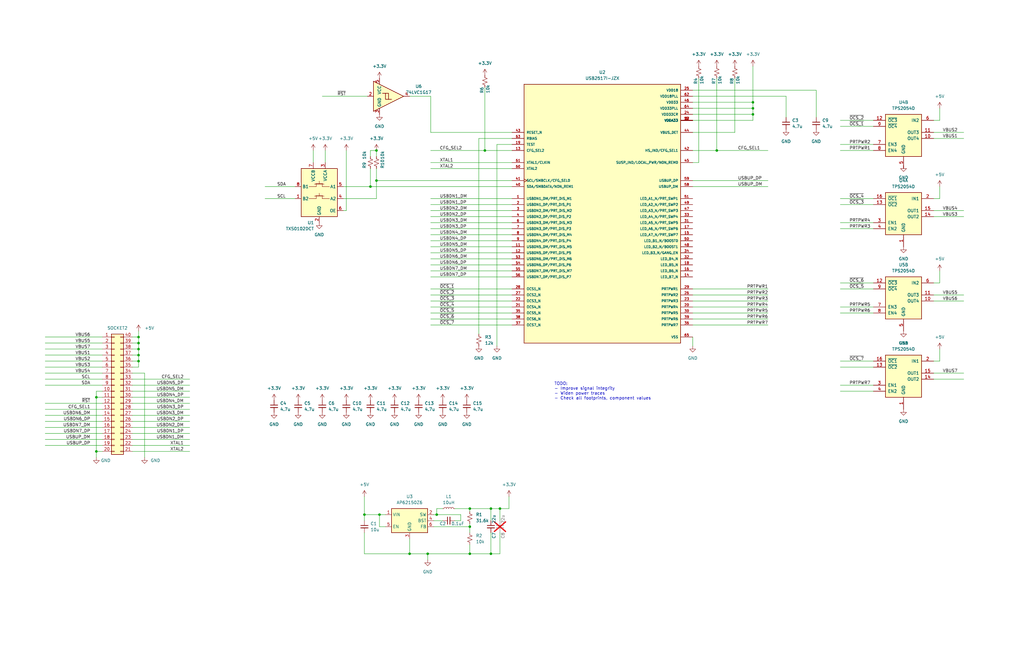
<source format=kicad_sch>
(kicad_sch (version 20230121) (generator eeschema)
  (paper "B")
  (title_block (title "A1 Codec Board"))
  (lib_symbols
    (symbol "+3.3V_1" (power) (pin_names (offset 0))
      (property "Value" "+3.3V_1" (at 0 3.556 0))
      (symbol "+3.3V_1_0_1"
        (polyline (pts (xy -0.762 1.27) (xy 0 2.54)))
        (polyline (pts (xy 0 0) (xy 0 2.54)))
        (polyline (pts (xy 0 2.54) (xy 0.762 1.27)))
      )
      (symbol "+3.3V_1_1_1"
        (pin power_in line (at 0 0 90) (length 0) hide (name "+3.3V") (number "1"))
      )
    )
    (symbol "Connector_Generic:Conn_02x20_Counter_Clockwise" (pin_names (offset 1.016) hide)
      (property "Reference" "J" (at 1.27 25.4 0))
      (property "Value" "Conn_02x20_Counter_Clockwise" (at 1.27 -27.94 0))
      (symbol "Conn_02x20_Counter_Clockwise_1_1"
        (rectangle (start -1.27 -25.273) (end 0 -25.527) (stroke (width 0.1524)))
        (rectangle (start -1.27 -22.733) (end 0 -22.987) (stroke (width 0.1524)))
        (rectangle (start -1.27 -20.193) (end 0 -20.447) (stroke (width 0.1524)))
        (rectangle (start -1.27 -17.653) (end 0 -17.907) (stroke (width 0.1524)))
        (rectangle (start -1.27 -15.113) (end 0 -15.367) (stroke (width 0.1524)))
        (rectangle (start -1.27 -12.573) (end 0 -12.827) (stroke (width 0.1524)))
        (rectangle (start -1.27 -10.033) (end 0 -10.287) (stroke (width 0.1524)))
        (rectangle (start -1.27 -7.493) (end 0 -7.747) (stroke (width 0.1524)))
        (rectangle (start -1.27 -4.953) (end 0 -5.207) (stroke (width 0.1524)))
        (rectangle (start -1.27 -2.413) (end 0 -2.667) (stroke (width 0.1524)))
        (rectangle (start -1.27 0.127) (end 0 -0.127) (stroke (width 0.1524)))
        (rectangle (start -1.27 2.667) (end 0 2.413) (stroke (width 0.1524)))
        (rectangle (start -1.27 5.207) (end 0 4.953) (stroke (width 0.1524)))
        (rectangle (start -1.27 7.747) (end 0 7.493) (stroke (width 0.1524)))
        (rectangle (start -1.27 10.287) (end 0 10.033) (stroke (width 0.1524)))
        (rectangle (start -1.27 12.827) (end 0 12.573) (stroke (width 0.1524)))
        (rectangle (start -1.27 15.367) (end 0 15.113) (stroke (width 0.1524)))
        (rectangle (start -1.27 17.907) (end 0 17.653) (stroke (width 0.1524)))
        (rectangle (start -1.27 20.447) (end 0 20.193) (stroke (width 0.1524)))
        (rectangle (start -1.27 22.987) (end 0 22.733) (stroke (width 0.1524)))
        (rectangle (start -1.27 24.13) (end 3.81 -26.67) (stroke (width 0.254)) (fill (type background)))
        (rectangle (start 3.81 -25.273) (end 2.54 -25.527) (stroke (width 0.1524)))
        (rectangle (start 3.81 -22.733) (end 2.54 -22.987) (stroke (width 0.1524)))
        (rectangle (start 3.81 -20.193) (end 2.54 -20.447) (stroke (width 0.1524)))
        (rectangle (start 3.81 -17.653) (end 2.54 -17.907) (stroke (width 0.1524)))
        (rectangle (start 3.81 -15.113) (end 2.54 -15.367) (stroke (width 0.1524)))
        (rectangle (start 3.81 -12.573) (end 2.54 -12.827) (stroke (width 0.1524)))
        (rectangle (start 3.81 -10.033) (end 2.54 -10.287) (stroke (width 0.1524)))
        (rectangle (start 3.81 -7.493) (end 2.54 -7.747) (stroke (width 0.1524)))
        (rectangle (start 3.81 -4.953) (end 2.54 -5.207) (stroke (width 0.1524)))
        (rectangle (start 3.81 -2.413) (end 2.54 -2.667) (stroke (width 0.1524)))
        (rectangle (start 3.81 0.127) (end 2.54 -0.127) (stroke (width 0.1524)))
        (rectangle (start 3.81 2.667) (end 2.54 2.413) (stroke (width 0.1524)))
        (rectangle (start 3.81 5.207) (end 2.54 4.953) (stroke (width 0.1524)))
        (rectangle (start 3.81 7.747) (end 2.54 7.493) (stroke (width 0.1524)))
        (rectangle (start 3.81 10.287) (end 2.54 10.033) (stroke (width 0.1524)))
        (rectangle (start 3.81 12.827) (end 2.54 12.573) (stroke (width 0.1524)))
        (rectangle (start 3.81 15.367) (end 2.54 15.113) (stroke (width 0.1524)))
        (rectangle (start 3.81 17.907) (end 2.54 17.653) (stroke (width 0.1524)))
        (rectangle (start 3.81 20.447) (end 2.54 20.193) (stroke (width 0.1524)))
        (rectangle (start 3.81 22.987) (end 2.54 22.733) (stroke (width 0.1524)))
        (pin passive line (at -5.08 22.86 0) (length 3.81) (name "Pin_1") (number "1"))
        (pin passive line (at -5.08 0 0) (length 3.81) (name "Pin_10") (number "10"))
        (pin passive line (at -5.08 -2.54 0) (length 3.81) (name "Pin_11") (number "11"))
        (pin passive line (at -5.08 -5.08 0) (length 3.81) (name "Pin_12") (number "12"))
        (pin passive line (at -5.08 -7.62 0) (length 3.81) (name "Pin_13") (number "13"))
        (pin passive line (at -5.08 -10.16 0) (length 3.81) (name "Pin_14") (number "14"))
        (pin passive line (at -5.08 -12.7 0) (length 3.81) (name "Pin_15") (number "15"))
        (pin passive line (at -5.08 -15.24 0) (length 3.81) (name "Pin_16") (number "16"))
        (pin passive line (at -5.08 -17.78 0) (length 3.81) (name "Pin_17") (number "17"))
        (pin passive line (at -5.08 -20.32 0) (length 3.81) (name "Pin_18") (number "18"))
        (pin passive line (at -5.08 -22.86 0) (length 3.81) (name "Pin_19") (number "19"))
        (pin passive line (at -5.08 20.32 0) (length 3.81) (name "Pin_2") (number "2"))
        (pin passive line (at -5.08 -25.4 0) (length 3.81) (name "Pin_20") (number "20"))
        (pin passive line (at 7.62 -25.4 180) (length 3.81) (name "Pin_21") (number "21"))
        (pin passive line (at 7.62 -22.86 180) (length 3.81) (name "Pin_22") (number "22"))
        (pin passive line (at 7.62 -20.32 180) (length 3.81) (name "Pin_23") (number "23"))
        (pin passive line (at 7.62 -17.78 180) (length 3.81) (name "Pin_24") (number "24"))
        (pin passive line (at 7.62 -15.24 180) (length 3.81) (name "Pin_25") (number "25"))
        (pin passive line (at 7.62 -12.7 180) (length 3.81) (name "Pin_26") (number "26"))
        (pin passive line (at 7.62 -10.16 180) (length 3.81) (name "Pin_27") (number "27"))
        (pin passive line (at 7.62 -7.62 180) (length 3.81) (name "Pin_28") (number "28"))
        (pin passive line (at 7.62 -5.08 180) (length 3.81) (name "Pin_29") (number "29"))
        (pin passive line (at -5.08 17.78 0) (length 3.81) (name "Pin_3") (number "3"))
        (pin passive line (at 7.62 -2.54 180) (length 3.81) (name "Pin_30") (number "30"))
        (pin passive line (at 7.62 0 180) (length 3.81) (name "Pin_31") (number "31"))
        (pin passive line (at 7.62 2.54 180) (length 3.81) (name "Pin_32") (number "32"))
        (pin passive line (at 7.62 5.08 180) (length 3.81) (name "Pin_33") (number "33"))
        (pin passive line (at 7.62 7.62 180) (length 3.81) (name "Pin_34") (number "34"))
        (pin passive line (at 7.62 10.16 180) (length 3.81) (name "Pin_35") (number "35"))
        (pin passive line (at 7.62 12.7 180) (length 3.81) (name "Pin_36") (number "36"))
        (pin passive line (at 7.62 15.24 180) (length 3.81) (name "Pin_37") (number "37"))
        (pin passive line (at 7.62 17.78 180) (length 3.81) (name "Pin_38") (number "38"))
        (pin passive line (at 7.62 20.32 180) (length 3.81) (name "Pin_39") (number "39"))
        (pin passive line (at -5.08 15.24 0) (length 3.81) (name "Pin_4") (number "4"))
        (pin passive line (at 7.62 22.86 180) (length 3.81) (name "Pin_40") (number "40"))
        (pin passive line (at -5.08 12.7 0) (length 3.81) (name "Pin_5") (number "5"))
        (pin passive line (at -5.08 10.16 0) (length 3.81) (name "Pin_6") (number "6"))
        (pin passive line (at -5.08 7.62 0) (length 3.81) (name "Pin_7") (number "7"))
        (pin passive line (at -5.08 5.08 0) (length 3.81) (name "Pin_8") (number "8"))
        (pin passive line (at -5.08 2.54 0) (length 3.81) (name "Pin_9") (number "9"))
      )
    )
    (symbol "Device:C_Small" (pin_numbers hide) (pin_names (offset 0.254) hide)
      (property "Reference" "C" (at 0.254 1.778 0))
      (property "Value" "C_Small" (at 0.254 -2.032 0))
      (symbol "C_Small_0_1"
        (polyline (pts (xy -1.524 -0.508) (xy 1.524 -0.508)) (stroke (width 0.3302)))
        (polyline (pts (xy -1.524 0.508) (xy 1.524 0.508)) (stroke (width 0.3048)))
      )
      (symbol "C_Small_1_1"
        (pin passive line (at 0 2.54 270) (length 2.032) (name "~") (number "1"))
        (pin passive line (at 0 -2.54 90) (length 2.032) (name "~") (number "2"))
      )
    )
    (symbol "Device:L_Small" (pin_numbers hide) (pin_names (offset 0.254) hide)
      (property "Reference" "L" (at 0.762 1.016 0))
      (property "Value" "L_Small" (at 0.762 -1.016 0))
      (symbol "L_Small_0_1"
        (arc (start 0 -2.032) (mid 0.5058 -1.524) (end 0 -1.016))
        (arc (start 0 -1.016) (mid 0.5058 -0.508) (end 0 0))
        (arc (start 0 0) (mid 0.5058 0.508) (end 0 1.016))
        (arc (start 0 1.016) (mid 0.5058 1.524) (end 0 2.032))
      )
      (symbol "L_Small_1_1"
        (pin passive line (at 0 2.54 270) (length 0.508) (name "~") (number "1"))
        (pin passive line (at 0 -2.54 90) (length 0.508) (name "~") (number "2"))
      )
    )
    (symbol "Device:R_Small_US" (pin_numbers hide) (pin_names (offset 0.254) hide)
      (property "Reference" "R" (at 0.762 0.508 0))
      (property "Value" "R_Small_US" (at 0.762 -1.016 0))
      (symbol "R_Small_US_1_1"
        (polyline (pts (xy 0 0) (xy 1.016 -0.381) (xy 0 -0.762) (xy -1.016 -1.143) (xy 0 -1.524)))
        (polyline (pts (xy 0 1.524) (xy 1.016 1.143) (xy 0 0.762) (xy -1.016 0.381) (xy 0 0)))
        (pin passive line (at 0 2.54 270) (length 1.016) (name "~") (number "1"))
        (pin passive line (at 0 -2.54 90) (length 1.016) (name "~") (number "2"))
      )
    )
    (symbol "Logic_LevelTranslator:TXS0102DCT"
      (property "Reference" "U" (at -6.35 11.43 0))
      (property "Value" "TXS0102DCT" (at 3.81 11.43 0))
      (symbol "TXS0102DCT_0_1"
        (rectangle (start -7.62 10.16) (end 7.62 -10.16) (stroke (width 0.254)) (fill (type background)))
        (polyline (pts (xy -4.318 -2.54) (xy -1.27 -2.54)))
        (polyline (pts (xy -2.032 -1.524) (xy 2.032 -1.524)))
        (polyline (pts (xy -1.524 -1.27) (xy 1.524 -1.27)))
        (polyline (pts (xy -1.27 -2.54) (xy -1.27 -1.524)))
        (polyline (pts (xy 0 -1.27) (xy 0 -0.254)))
        (polyline (pts (xy 1.27 -2.54) (xy 1.27 -1.524)))
        (polyline (pts (xy 4.318 -2.54) (xy 1.27 -2.54)))
      )
      (symbol "TXS0102DCT_1_1"
        (polyline (pts (xy -4.318 2.54) (xy -1.27 2.54)))
        (polyline (pts (xy -2.032 3.556) (xy 2.032 3.556)))
        (polyline (pts (xy -1.524 3.81) (xy 1.524 3.81)))
        (polyline (pts (xy -1.27 2.54) (xy -1.27 3.556)))
        (polyline (pts (xy 0 3.81) (xy 0 4.826)))
        (polyline (pts (xy 1.27 2.54) (xy 1.27 3.556)))
        (polyline (pts (xy 4.318 2.54) (xy 1.27 2.54)))
        (pin bidirectional line (at 10.16 -2.54 180) (length 2.54) (name "B2") (number "1"))
        (pin power_in line (at 0 -12.7 90) (length 2.54) (name "GND") (number "2"))
        (pin power_in line (at -2.54 12.7 270) (length 2.54) (name "VCCA") (number "3"))
        (pin bidirectional line (at -10.16 -2.54 0) (length 2.54) (name "A2") (number "4"))
        (pin bidirectional line (at -10.16 2.54 0) (length 2.54) (name "A1") (number "5"))
        (pin input line (at -10.16 -7.62 0) (length 2.54) (name "OE") (number "6"))
        (pin power_in line (at 2.54 12.7 270) (length 2.54) (name "VCCB") (number "7"))
        (pin bidirectional line (at 10.16 2.54 180) (length 2.54) (name "B1") (number "8"))
      )
    )
    (symbol "Power_Management:TPS2054D" (pin_names (offset 1.016))
      (property "Reference" "U" (at 0 10.795 0))
      (property "Value" "TPS2054D" (at 0 8.89 0))
      (symbol "TPS2054D_0_1"
        (rectangle (start -7.62 7.62) (end 7.62 -10.16) (stroke (width 0.254)) (fill (type background)))
      )
      (symbol "TPS2054D_1_1"
        (pin power_in line (at 0 -15.24 90) (length 5.08) (name "GND") (number "1"))
        (pin open_collector line (at -12.7 2.54 0) (length 5.08) (name "~{OC2}") (number "13"))
        (pin passive line (at 12.7 -2.54 180) (length 5.08) (name "OUT2") (number "14"))
        (pin passive line (at 12.7 0 180) (length 5.08) (name "OUT1") (number "15"))
        (pin open_collector line (at -12.7 5.08 0) (length 5.08) (name "~{OC1}") (number "16"))
        (pin passive line (at 12.7 5.08 180) (length 5.08) (name "IN1") (number "2"))
        (pin input line (at -12.7 -5.08 0) (length 5.08) (name "EN1") (number "3"))
        (pin input line (at -12.7 -7.62 0) (length 5.08) (name "EN2") (number "4"))
      )
      (symbol "TPS2054D_2_1"
        (pin passive line (at 12.7 -2.54 180) (length 5.08) (name "OUT4") (number "10"))
        (pin passive line (at 12.7 0 180) (length 5.08) (name "OUT3") (number "11"))
        (pin open_collector line (at -12.7 5.08 0) (length 5.08) (name "~{OC3}") (number "12"))
        (pin power_in line (at 0 -15.24 90) (length 5.08) (name "GND") (number "5"))
        (pin passive line (at 12.7 5.08 180) (length 5.08) (name "IN2") (number "6"))
        (pin input line (at -12.7 -5.08 0) (length 5.08) (name "EN3") (number "7"))
        (pin input line (at -12.7 -7.62 0) (length 5.08) (name "EN4") (number "8"))
        (pin open_collector line (at -12.7 2.54 0) (length 5.08) (name "~{OC4}") (number "9"))
      )
    )
    (symbol "Regulator_Switching:AP62150Z6"
      (property "Reference" "U" (at -7.62 6.35 0))
      (property "Value" "AP62150Z6" (at 6.35 -6.35 0))
      (symbol "AP62150Z6_0_1"
        (rectangle (start -7.62 5.08) (end 7.62 -5.08) (stroke (width 0.254)) (fill (type background)))
      )
      (symbol "AP62150Z6_1_1"
        (pin power_in line (at -10.16 2.54 0) (length 2.54) (name "VIN") (number "1"))
        (pin output line (at 10.16 2.54 180) (length 2.54) (name "SW") (number "2"))
        (pin power_in line (at 0 -7.62 90) (length 2.54) (name "GND") (number "3"))
        (pin passive line (at 10.16 0 180) (length 2.54) (name "BST") (number "4"))
        (pin input line (at -10.16 -2.54 0) (length 2.54) (name "EN") (number "5"))
        (pin input line (at 10.16 -2.54 180) (length 2.54) (name "FB") (number "6"))
      )
    )
    (symbol "anachron:74LVC1G17"
      (property "Reference" "U" (at 2.54 7.62 0))
      (property "Value" "74LVC1G17" (at 5.08 -7.62 0))
      (symbol "74LVC1G17_0_1"
        (polyline (pts (xy -2.54 1.27) (xy -1.27 1.27) (xy -1.27 -1.27)) (stroke (width 0.254)) (fill (type background)))
        (polyline (pts (xy -7.62 6.35) (xy -7.62 -6.35) (xy 5.08 0) (xy -7.62 6.35)) (stroke (width 0.254)) (fill (type background)))
        (polyline (pts (xy -3.81 1.27) (xy -2.54 1.27) (xy -2.54 -1.27) (xy 0 -1.27)) (stroke (width 0.254)) (fill (type background)))
      )
      (symbol "74LVC1G17_1_1"
        (pin input line (at -10.16 0 0) (length 2.54) (name "~") (number "2"))
        (pin power_in line (at -5.08 -7.62 90) (length 2.54) (name "GND") (number "3"))
        (pin output line (at 7.62 0 180) (length 2.54) (name "~") (number "4"))
        (pin power_in line (at -5.08 7.62 270) (length 2.54) (name "VCC") (number "5"))
      )
    )
    (symbol "anachron:USB2517I-JZX" (pin_names (offset 1.016))
      (property "Reference" "U" (at -33.02 54.102 0))
      (property "Value" "USB2517I-JZX" (at -33.02 -58.42 0))
      (symbol "USB2517I-JZX_0_0"
        (rectangle (start -33.02 -55.88) (end 33.02 53.34) (stroke (width 0.254)) (fill (type background)))
        (pin bidirectional line (at -38.1 5.08 0) (length 5.08) (name "USBDN1_DM/PRT_DIS_M1") (number "1"))
        (pin power_in line (at 38.1 38.1 180) (length 5.08) (name "VDDA33") (number "10"))
        (pin bidirectional line (at -38.1 -15.24 0) (length 5.08) (name "USBDN5_DM/PRT_DIS_M5") (number "11"))
        (pin bidirectional line (at -38.1 -17.78 0) (length 5.08) (name "USBDN5_DP/PRT_DIS_P5") (number "12"))
        (pin input line (at -38.1 25.4 0) (length 5.08) (name "CFG_SEL2") (number "13"))
        (pin bidirectional line (at 38.1 -27.94 180) (length 5.08) (name "LED_B7_N") (number "14"))
        (pin bidirectional line (at 38.1 -10.16 180) (length 5.08) (name "LED_A7_N/PRT_SWP7") (number "15"))
        (pin bidirectional line (at 38.1 -25.4 180) (length 5.08) (name "LED_B6_N") (number "16"))
        (pin bidirectional line (at 38.1 -7.62 180) (length 5.08) (name "LED_A6_N/PRT_SWP6") (number "17"))
        (pin bidirectional line (at 38.1 -22.86 180) (length 5.08) (name "LED_B5_N") (number "18"))
        (pin input line (at -38.1 27.94 0) (length 5.08) (name "TEST") (number "19"))
        (pin bidirectional line (at -38.1 2.54 0) (length 5.08) (name "USBDN1_DP/PRT_DIS_P1") (number "2"))
        (pin output line (at 38.1 -40.64 180) (length 5.08) (name "PRTPWR4") (number "20"))
        (pin input line (at -38.1 -40.64 0) (length 5.08) (name "OCS4_N") (number "21"))
        (pin input line (at -38.1 -38.1 0) (length 5.08) (name "OCS3_N") (number "22"))
        (pin output line (at 38.1 -38.1 180) (length 5.08) (name "PRTPWR3") (number "23"))
        (pin power_in line (at 38.1 40.64 180) (length 5.08) (name "VDD33CR") (number "24"))
        (pin power_in line (at 38.1 50.8 180) (length 5.08) (name "VDD18") (number "25"))
        (pin output line (at 38.1 -35.56 180) (length 5.08) (name "PRTPWR2") (number "26"))
        (pin input line (at -38.1 -35.56 0) (length 5.08) (name "OCS2_N") (number "27"))
        (pin input line (at -38.1 -33.02 0) (length 5.08) (name "OCS1_N") (number "28"))
        (pin output line (at 38.1 -33.02 180) (length 5.08) (name "PRTPWR1") (number "29"))
        (pin bidirectional line (at -38.1 0 0) (length 5.08) (name "USBDN2_DM/PRT_DIS_M2") (number "3"))
        (pin output line (at 38.1 -43.18 180) (length 5.08) (name "PRTPWR5") (number "30"))
        (pin bidirectional line (at 38.1 -5.08 180) (length 5.08) (name "LED_A5_N/PRT_SWP5") (number "31"))
        (pin bidirectional line (at 38.1 -20.32 180) (length 5.08) (name "LED_B4_N") (number "32"))
        (pin bidirectional line (at 38.1 -2.54 180) (length 5.08) (name "LED_A4_N/PRT_SWP4") (number "33"))
        (pin bidirectional line (at 38.1 -17.78 180) (length 5.08) (name "LED_B3_N/GANG_EN") (number "34"))
        (pin input line (at -38.1 -43.18 0) (length 5.08) (name "OCS5_N") (number "35"))
        (pin output line (at 38.1 -48.26 180) (length 5.08) (name "PRTPWR7") (number "36"))
        (pin input line (at -38.1 -48.26 0) (length 5.08) (name "OCS7_N") (number "37"))
        (pin input line (at -38.1 -45.72 0) (length 5.08) (name "OCS6_N") (number "38"))
        (pin output line (at 38.1 -45.72 180) (length 5.08) (name "PRTPWR6") (number "39"))
        (pin bidirectional line (at -38.1 -2.54 0) (length 5.08) (name "USBDN2_DP/PRT_DIS_P2") (number "4"))
        (pin bidirectional line (at -38.1 10.16 0) (length 5.08) (name "SDA/SMBDATA/NON_REM1") (number "40"))
        (pin bidirectional clock (at -38.1 12.7 0) (length 5.08) (name "SCL/SMBCLK/CFG_SEL0") (number "41"))
        (pin bidirectional line (at 38.1 25.4 180) (length 5.08) (name "HS_IND/CFG_SEL1") (number "42"))
        (pin input line (at -38.1 33.02 0) (length 5.08) (name "RESET_N") (number "43"))
        (pin bidirectional line (at 38.1 33.02 180) (length 5.08) (name "VBUS_DET") (number "44"))
        (pin bidirectional line (at 38.1 20.32 180) (length 5.08) (name "SUSP_IND/LOCAL_PWR/NON_REM0") (number "45"))
        (pin power_in line (at 38.1 45.72 180) (length 5.08) (name "VDD33") (number "46"))
        (pin bidirectional line (at 38.1 0 180) (length 5.08) (name "LED_A3_N/PRT_SWP3") (number "47"))
        (pin bidirectional line (at 38.1 -15.24 180) (length 5.08) (name "LED_B2_N/BOOST1") (number "48"))
        (pin bidirectional line (at 38.1 2.54 180) (length 5.08) (name "LED_A2_N/PRT_SWP2") (number "49"))
        (pin power_in line (at 38.1 38.1 180) (length 5.08) (name "VDDA33") (number "5"))
        (pin bidirectional line (at 38.1 -12.7 180) (length 5.08) (name "LED_B1_N/BOOST0") (number "50"))
        (pin bidirectional line (at 38.1 5.08 180) (length 5.08) (name "LED_A1_N/PRT_SWP1") (number "51"))
        (pin power_in line (at 38.1 38.1 180) (length 5.08) (name "VDDA33") (number "52"))
        (pin bidirectional line (at -38.1 -20.32 0) (length 5.08) (name "USBDN6_DM/PRT_DIS_M6") (number "53"))
        (pin bidirectional line (at -38.1 -22.86 0) (length 5.08) (name "USBDN6_DP/PRT_DIS_P6") (number "54"))
        (pin bidirectional line (at -38.1 -25.4 0) (length 5.08) (name "USBDN7_DM/PRT_DIS_M7") (number "55"))
        (pin bidirectional line (at -38.1 -27.94 0) (length 5.08) (name "USBDN7_DP/PRT_DIS_P7") (number "56"))
        (pin power_in line (at 38.1 38.1 180) (length 5.08) (name "VDDA33") (number "57"))
        (pin bidirectional line (at 38.1 10.16 180) (length 5.08) (name "USBUP_DM") (number "58"))
        (pin bidirectional line (at 38.1 12.7 180) (length 5.08) (name "USBUP_DP") (number "59"))
        (pin bidirectional line (at -38.1 -5.08 0) (length 5.08) (name "USBDN3_DM/PRT_DIS_M3") (number "6"))
        (pin output line (at -38.1 17.78 0) (length 5.08) (name "XTAL2") (number "60"))
        (pin input line (at -38.1 20.32 0) (length 5.08) (name "XTAL1/CLKIN") (number "61"))
        (pin power_in line (at 38.1 48.26 180) (length 5.08) (name "VDD18PLL") (number "62"))
        (pin input line (at -38.1 30.48 0) (length 5.08) (name "RBIAS") (number "63"))
        (pin power_in line (at 38.1 43.18 180) (length 5.08) (name "VDD33PLL") (number "64"))
        (pin power_in line (at 38.1 -53.34 180) (length 5.08) (name "VSS") (number "65"))
        (pin bidirectional line (at -38.1 -7.62 0) (length 5.08) (name "USBDN3_DP/PRT_DIS_P3") (number "7"))
        (pin bidirectional line (at -38.1 -10.16 0) (length 5.08) (name "USBDN4_DM/PRT_DIS_M4") (number "8"))
        (pin bidirectional line (at -38.1 -12.7 0) (length 5.08) (name "USBDN4_DP/PRT_DIS_P4") (number "9"))
      )
    )
    (symbol "power:+5V" (power) (pin_names (offset 0))
      (property "Value" "+5V" (at 0 3.556 0))
      (symbol "+5V_0_1"
        (polyline (pts (xy -0.762 1.27) (xy 0 2.54)))
        (polyline (pts (xy 0 0) (xy 0 2.54)))
        (polyline (pts (xy 0 2.54) (xy 0.762 1.27)))
      )
      (symbol "+5V_1_1"
        (pin power_in line (at 0 0 90) (length 0) hide (name "+5V") (number "1"))
      )
    )
    (symbol "power:GND" (power) (pin_names (offset 0))
      (property "Value" "GND" (at 0 -3.81 0))
      (symbol "GND_0_1"
        (polyline (pts (xy 0 0) (xy 0 -1.27) (xy 1.27 -1.27) (xy 0 -2.54) (xy -1.27 -1.27) (xy 0 -1.27)))
      )
      (symbol "GND_1_1"
        (pin power_in line (at 0 0 270) (length 0) hide (name "GND") (number "1"))
      )
    )
  )
  (junction (at 317.5 45.72))
  (junction (at 184.15 217.17))
  (junction (at 198.12 214.63))
  (junction (at 58.42 152.4))
  (junction (at 158.75 63.5))
  (junction (at 317.5 48.26))
  (junction (at 207.01 214.63))
  (junction (at 156.21 78.74))
  (junction (at 317.5 43.18))
  (junction (at 172.72 233.68))
  (junction (at 158.75 76.2))
  (junction (at 58.42 142.24))
  (junction (at 302.26 63.5))
  (junction (at 153.67 217.17))
  (junction (at 180.34 233.68))
  (junction (at 40.64 190.5))
  (junction (at 207.01 233.68))
  (junction (at 58.42 144.78))
  (junction (at 58.42 147.32))
  (junction (at 198.12 222.25))
  (junction (at 198.12 233.68))
  (junction (at 204.47 63.5))
  (junction (at 58.42 149.86))
  (junction (at 160.02 217.17))
  (junction (at 210.82 214.63))
  (junction (at 40.64 167.64))
  (wire (pts (xy 292.1 43.18) (xy 317.5 43.18)))
  (wire (pts (xy 354.33 50.8) (xy 368.3 50.8)))
  (wire (pts (xy 181.61 93.98) (xy 215.9 93.98)))
  (wire (pts (xy 309.88 33.02) (xy 309.88 55.88)))
  (wire (pts (xy 19.05 152.4) (xy 43.18 152.4)))
  (wire (pts (xy 354.33 132.08) (xy 368.3 132.08)))
  (wire (pts (xy 201.93 140.97) (xy 201.93 58.42)))
  (wire (pts (xy 393.7 55.88) (xy 406.4 55.88)))
  (wire (pts (xy 181.61 96.52) (xy 215.9 96.52)))
  (wire (pts (xy 292.1 48.26) (xy 317.5 48.26)))
  (wire (pts (xy 181.61 111.76) (xy 215.9 111.76)))
  (wire (pts (xy 194.31 219.71) (xy 194.31 217.17)))
  (wire (pts (xy 55.88 165.1) (xy 80.01 165.1)))
  (wire (pts (xy 184.15 214.63) (xy 184.15 217.17)))
  (wire (pts (xy 19.05 187.96) (xy 43.18 187.96)))
  (wire (pts (xy 198.12 233.68) (xy 207.01 233.68)))
  (wire (pts (xy 354.33 53.34) (xy 368.3 53.34)))
  (wire (pts (xy 58.42 152.4) (xy 58.42 149.86)))
  (wire (pts (xy 354.33 83.82) (xy 368.3 83.82)))
  (wire (pts (xy 111.76 83.82) (xy 124.46 83.82)))
  (wire (pts (xy 186.69 214.63) (xy 184.15 214.63)))
  (wire (pts (xy 55.88 190.5) (xy 80.01 190.5)))
  (wire (pts (xy 207.01 214.63) (xy 207.01 219.71)))
  (wire (pts (xy 19.05 160.02) (xy 43.18 160.02)))
  (wire (pts (xy 181.61 99.06) (xy 215.9 99.06)))
  (wire (pts (xy 158.75 63.5) (xy 158.75 66.04)))
  (wire (pts (xy 184.15 217.17) (xy 194.31 217.17)))
  (wire (pts (xy 198.12 229.87) (xy 198.12 233.68)))
  (wire (pts (xy 80.01 167.64) (xy 55.88 167.64)))
  (wire (pts (xy 317.5 27.94) (xy 317.5 43.18)))
  (wire (pts (xy 146.05 63.5) (xy 146.05 88.9)))
  (wire (pts (xy 354.33 165.1) (xy 368.3 165.1)))
  (wire (pts (xy 181.61 137.16) (xy 215.9 137.16)))
  (wire (pts (xy 181.61 55.88) (xy 215.9 55.88)))
  (wire (pts (xy 19.05 185.42) (xy 43.18 185.42)))
  (wire (pts (xy 292.1 142.24) (xy 292.1 146.05)))
  (wire (pts (xy 207.01 233.68) (xy 210.82 233.68)))
  (wire (pts (xy 19.05 175.26) (xy 43.18 175.26)))
  (wire (pts (xy 144.78 78.74) (xy 156.21 78.74)))
  (wire (pts (xy 354.33 63.5) (xy 368.3 63.5)))
  (wire (pts (xy 214.63 209.55) (xy 214.63 214.63)))
  (wire (pts (xy 43.18 165.1) (xy 40.64 165.1)))
  (wire (pts (xy 182.88 217.17) (xy 184.15 217.17)))
  (wire (pts (xy 58.42 154.94) (xy 58.42 152.4)))
  (wire (pts (xy 156.21 78.74) (xy 215.9 78.74)))
  (wire (pts (xy 210.82 214.63) (xy 207.01 214.63)))
  (wire (pts (xy 393.7 119.38) (xy 396.24 119.38)))
  (wire (pts (xy 198.12 214.63) (xy 198.12 215.9)))
  (wire (pts (xy 60.96 193.04) (xy 60.96 157.48)))
  (wire (pts (xy 58.42 147.32) (xy 58.42 144.78)))
  (wire (pts (xy 153.67 209.55) (xy 153.67 217.17)))
  (wire (pts (xy 55.88 142.24) (xy 58.42 142.24)))
  (wire (pts (xy 153.67 217.17) (xy 153.67 219.71)))
  (wire (pts (xy 317.5 48.26) (xy 317.5 50.8)))
  (wire (pts (xy 294.64 33.02) (xy 294.64 68.58)))
  (wire (pts (xy 111.76 78.74) (xy 124.46 78.74)))
  (wire (pts (xy 181.61 106.68) (xy 215.9 106.68)))
  (wire (pts (xy 181.61 129.54) (xy 215.9 129.54)))
  (wire (pts (xy 354.33 119.38) (xy 368.3 119.38)))
  (wire (pts (xy 393.7 91.44) (xy 406.4 91.44)))
  (wire (pts (xy 181.61 132.08) (xy 215.9 132.08)))
  (wire (pts (xy 181.61 88.9) (xy 215.9 88.9)))
  (wire (pts (xy 58.42 147.32) (xy 55.88 147.32)))
  (wire (pts (xy 43.18 144.78) (xy 19.05 144.78)))
  (wire (pts (xy 331.47 49.53) (xy 331.47 40.64)))
  (wire (pts (xy 191.77 219.71) (xy 194.31 219.71)))
  (wire (pts (xy 55.88 144.78) (xy 58.42 144.78)))
  (wire (pts (xy 354.33 96.52) (xy 368.3 96.52)))
  (wire (pts (xy 354.33 93.98) (xy 368.3 93.98)))
  (wire (pts (xy 181.61 121.92) (xy 215.9 121.92)))
  (wire (pts (xy 393.7 124.46) (xy 406.4 124.46)))
  (wire (pts (xy 198.12 222.25) (xy 198.12 224.79)))
  (wire (pts (xy 55.88 160.02) (xy 80.01 160.02)))
  (wire (pts (xy 292.1 127) (xy 323.85 127)))
  (wire (pts (xy 180.34 233.68) (xy 198.12 233.68)))
  (wire (pts (xy 393.7 157.48) (xy 406.4 157.48)))
  (wire (pts (xy 181.61 116.84) (xy 215.9 116.84)))
  (wire (pts (xy 182.88 219.71) (xy 186.69 219.71)))
  (wire (pts (xy 181.61 40.64) (xy 181.61 55.88)))
  (wire (pts (xy 158.75 83.82) (xy 158.75 76.2)))
  (wire (pts (xy 198.12 214.63) (xy 207.01 214.63)))
  (wire (pts (xy 58.42 142.24) (xy 58.42 144.78)))
  (wire (pts (xy 354.33 162.56) (xy 368.3 162.56)))
  (wire (pts (xy 396.24 147.32) (xy 396.24 152.4)))
  (wire (pts (xy 158.75 76.2) (xy 215.9 76.2)))
  (wire (pts (xy 135.89 40.64) (xy 154.94 40.64)))
  (wire (pts (xy 58.42 149.86) (xy 55.88 149.86)))
  (wire (pts (xy 393.7 58.42) (xy 406.4 58.42)))
  (wire (pts (xy 181.61 127) (xy 215.9 127)))
  (wire (pts (xy 40.64 190.5) (xy 40.64 193.04)))
  (wire (pts (xy 204.47 63.5) (xy 215.9 63.5)))
  (wire (pts (xy 393.7 152.4) (xy 396.24 152.4)))
  (wire (pts (xy 393.7 50.8) (xy 396.24 50.8)))
  (wire (pts (xy 58.42 139.7) (xy 58.42 142.24)))
  (wire (pts (xy 317.5 43.18) (xy 317.5 45.72)))
  (wire (pts (xy 292.1 76.2) (xy 323.85 76.2)))
  (wire (pts (xy 162.56 222.25) (xy 160.02 222.25)))
  (wire (pts (xy 40.64 190.5) (xy 43.18 190.5)))
  (wire (pts (xy 172.72 40.64) (xy 181.61 40.64)))
  (wire (pts (xy 55.88 185.42) (xy 80.01 185.42)))
  (wire (pts (xy 210.82 219.71) (xy 210.82 214.63)))
  (wire (pts (xy 292.1 129.54) (xy 323.85 129.54)))
  (wire (pts (xy 393.7 127) (xy 406.4 127)))
  (wire (pts (xy 181.61 101.6) (xy 215.9 101.6)))
  (wire (pts (xy 354.33 152.4) (xy 368.3 152.4)))
  (wire (pts (xy 55.88 177.8) (xy 80.01 177.8)))
  (wire (pts (xy 215.9 60.96) (xy 209.55 60.96)))
  (wire (pts (xy 43.18 167.64) (xy 40.64 167.64)))
  (wire (pts (xy 180.34 233.68) (xy 180.34 236.22)))
  (wire (pts (xy 55.88 170.18) (xy 80.01 170.18)))
  (wire (pts (xy 80.01 182.88) (xy 55.88 182.88)))
  (wire (pts (xy 198.12 220.98) (xy 198.12 222.25)))
  (wire (pts (xy 19.05 170.18) (xy 43.18 170.18)))
  (wire (pts (xy 292.1 40.64) (xy 331.47 40.64)))
  (wire (pts (xy 292.1 124.46) (xy 323.85 124.46)))
  (wire (pts (xy 144.78 83.82) (xy 158.75 83.82)))
  (wire (pts (xy 80.01 180.34) (xy 55.88 180.34)))
  (wire (pts (xy 182.88 222.25) (xy 198.12 222.25)))
  (wire (pts (xy 19.05 147.32) (xy 43.18 147.32)))
  (wire (pts (xy 207.01 224.79) (xy 207.01 233.68)))
  (wire (pts (xy 153.67 224.79) (xy 153.67 233.68)))
  (wire (pts (xy 40.64 167.64) (xy 40.64 165.1)))
  (wire (pts (xy 292.1 132.08) (xy 323.85 132.08)))
  (wire (pts (xy 181.61 63.5) (xy 204.47 63.5)))
  (wire (pts (xy 181.61 104.14) (xy 215.9 104.14)))
  (wire (pts (xy 292.1 134.62) (xy 323.85 134.62)))
  (wire (pts (xy 354.33 86.36) (xy 368.3 86.36)))
  (wire (pts (xy 19.05 154.94) (xy 43.18 154.94)))
  (wire (pts (xy 292.1 63.5) (xy 302.26 63.5)))
  (wire (pts (xy 172.72 227.33) (xy 172.72 233.68)))
  (wire (pts (xy 396.24 114.3) (xy 396.24 119.38)))
  (wire (pts (xy 210.82 224.79) (xy 210.82 233.68)))
  (wire (pts (xy 393.7 83.82) (xy 396.24 83.82)))
  (wire (pts (xy 146.05 88.9) (xy 144.78 88.9)))
  (wire (pts (xy 292.1 55.88) (xy 309.88 55.88)))
  (wire (pts (xy 396.24 45.72) (xy 396.24 50.8)))
  (wire (pts (xy 160.02 222.25) (xy 160.02 217.17)))
  (wire (pts (xy 204.47 36.83) (xy 204.47 63.5)))
  (wire (pts (xy 396.24 78.74) (xy 396.24 83.82)))
  (wire (pts (xy 137.16 63.5) (xy 137.16 68.58)))
  (wire (pts (xy 354.33 129.54) (xy 368.3 129.54)))
  (wire (pts (xy 181.61 114.3) (xy 215.9 114.3)))
  (wire (pts (xy 19.05 180.34) (xy 43.18 180.34)))
  (wire (pts (xy 393.7 88.9) (xy 406.4 88.9)))
  (wire (pts (xy 354.33 121.92) (xy 368.3 121.92)))
  (wire (pts (xy 156.21 66.04) (xy 156.21 63.5)))
  (wire (pts (xy 181.61 134.62) (xy 215.9 134.62)))
  (wire (pts (xy 58.42 149.86) (xy 58.42 147.32)))
  (wire (pts (xy 132.08 63.5) (xy 132.08 68.58)))
  (wire (pts (xy 55.88 162.56) (xy 80.01 162.56)))
  (wire (pts (xy 40.64 167.64) (xy 40.64 190.5)))
  (wire (pts (xy 181.61 86.36) (xy 215.9 86.36)))
  (wire (pts (xy 292.1 121.92) (xy 323.85 121.92)))
  (wire (pts (xy 210.82 214.63) (xy 214.63 214.63)))
  (wire (pts (xy 58.42 152.4) (xy 55.88 152.4)))
  (wire (pts (xy 55.88 157.48) (xy 60.96 157.48)))
  (wire (pts (xy 302.26 33.02) (xy 302.26 63.5)))
  (wire (pts (xy 156.21 71.12) (xy 156.21 78.74)))
  (wire (pts (xy 19.05 177.8) (xy 43.18 177.8)))
  (wire (pts (xy 19.05 142.24) (xy 43.18 142.24)))
  (wire (pts (xy 55.88 187.96) (xy 80.01 187.96)))
  (wire (pts (xy 209.55 60.96) (xy 209.55 146.05)))
  (wire (pts (xy 292.1 38.1) (xy 344.17 38.1)))
  (wire (pts (xy 19.05 182.88) (xy 43.18 182.88)))
  (wire (pts (xy 172.72 233.68) (xy 180.34 233.68)))
  (wire (pts (xy 292.1 78.74) (xy 323.85 78.74)))
  (wire (pts (xy 181.61 68.58) (xy 215.9 68.58)))
  (wire (pts (xy 160.02 217.17) (xy 162.56 217.17)))
  (wire (pts (xy 294.64 68.58) (xy 292.1 68.58)))
  (wire (pts (xy 292.1 45.72) (xy 317.5 45.72)))
  (wire (pts (xy 158.75 71.12) (xy 158.75 76.2)))
  (wire (pts (xy 58.42 154.94) (xy 55.88 154.94)))
  (wire (pts (xy 344.17 49.53) (xy 344.17 38.1)))
  (wire (pts (xy 354.33 60.96) (xy 368.3 60.96)))
  (wire (pts (xy 181.61 83.82) (xy 215.9 83.82)))
  (wire (pts (xy 317.5 45.72) (xy 317.5 48.26)))
  (wire (pts (xy 393.7 160.02) (xy 406.4 160.02)))
  (wire (pts (xy 191.77 214.63) (xy 198.12 214.63)))
  (wire (pts (xy 181.61 71.12) (xy 215.9 71.12)))
  (wire (pts (xy 160.02 217.17) (xy 153.67 217.17)))
  (wire (pts (xy 19.05 162.56) (xy 43.18 162.56)))
  (wire (pts (xy 302.26 63.5) (xy 323.85 63.5)))
  (wire (pts (xy 201.93 58.42) (xy 215.9 58.42)))
  (wire (pts (xy 153.67 233.68) (xy 172.72 233.68)))
  (wire (pts (xy 181.61 124.46) (xy 215.9 124.46)))
  (wire (pts (xy 292.1 137.16) (xy 323.85 137.16)))
  (wire (pts (xy 55.88 172.72) (xy 80.01 172.72)))
  (wire (pts (xy 19.05 149.86) (xy 43.18 149.86)))
  (wire (pts (xy 156.21 63.5) (xy 158.75 63.5)))
  (wire (pts (xy 19.05 157.48) (xy 43.18 157.48)))
  (wire (pts (xy 181.61 91.44) (xy 215.9 91.44)))
  (wire (pts (xy 55.88 175.26) (xy 80.01 175.26)))
  (wire (pts (xy 181.61 109.22) (xy 215.9 109.22)))
  (wire (pts (xy 354.33 154.94) (xy 368.3 154.94)))
  (wire (pts (xy 19.05 172.72) (xy 43.18 172.72)))
  (wire (pts (xy 292.1 50.8) (xy 317.5 50.8)))
  (text "TODO:\n- Improve signal integrity\n- Widen power traces\n- Check all footprints, component values" (at 233.68 168.91 0) (effects (font (size 1.27 1.27)) (justify left bottom)))
  (label "USBDN3_DM" (at 185.42 93.98 0))
  (label "SDA" (at 116.84 78.74 0))
  (label "~{OCS_5}" (at 358.14 121.92 0))
  (label "USBDN2_DM" (at 185.42 88.9 0))
  (label "VBUS2" (at 397.51 55.88 0))
  (label "VBUS3" (at 38.1 154.94 180))
  (label "USBDN2_DP" (at 185.42 91.44 0))
  (label "USBUP_DP" (at 311.15 76.2 0))
  (label "USBDN1_DP" (at 185.42 86.36 0))
  (label "SDA" (at 38.1 162.56 180))
  (label "~{OCS_2}" (at 185.42 124.46 0))
  (label "~{OCS_1}" (at 358.14 53.34 0))
  (label "~{OCS_5}" (at 185.42 132.08 0))
  (label "PRTPWR6" (at 314.96 134.62 0))
  (label "VBUS3" (at 397.51 91.44 0))
  (label "PRTPWR4" (at 358.14 93.98 0))
  (label "SCL" (at 38.1 160.02 180))
  (label "USBDN1_DM" (at 77.47 185.42 180))
  (label "PRTPWR2" (at 314.96 124.46 0))
  (label "USBDN5_DP" (at 185.42 106.68 0))
  (label "VBUS6" (at 38.1 142.24 180))
  (label "~{OCS_1}" (at 185.42 121.92 0))
  (label "USBDN6_DP" (at 38.1 177.8 180))
  (label "VBUS7" (at 38.1 147.32 180))
  (label "USBDN5_DM" (at 77.47 165.1 180))
  (label "XTAL1" (at 77.47 187.96 180))
  (label "VBUS2" (at 38.1 152.4 180))
  (label "USBDN3_DP" (at 185.42 96.52 0))
  (label "USBDN3_DP" (at 77.47 172.72 180))
  (label "USBDN2_DP" (at 77.47 177.8 180))
  (label "~{OCS_3}" (at 358.14 86.36 0))
  (label "VBUS1" (at 38.1 149.86 180))
  (label "PRTPWR3" (at 314.96 127 0))
  (label "~{OCS_3}" (at 185.42 127 0))
  (label "~{OCS_7}" (at 185.42 137.16 0))
  (label "CFG_SEL1" (at 38.1 172.72 180))
  (label "USBDN6_DP" (at 185.42 111.76 0))
  (label "PRTPWR7" (at 314.96 137.16 0))
  (label "~{OCS_7}" (at 358.14 152.4 0))
  (label "USBDN5_DM" (at 185.42 104.14 0))
  (label "XTAL2" (at 185.42 71.12 0))
  (label "PRTPWR4" (at 314.96 129.54 0))
  (label "~{RST}" (at 142.24 40.64 0))
  (label "XTAL1" (at 185.42 68.58 0))
  (label "PRTPWR1" (at 358.14 63.5 0))
  (label "USBDN7_DM" (at 185.42 114.3 0))
  (label "~{OCS_2}" (at 358.14 50.8 0))
  (label "USBUP_DM" (at 38.1 185.42 180))
  (label "USBDN5_DP" (at 77.47 162.56 180))
  (label "~{OCS_6}" (at 358.14 119.38 0))
  (label "USBDN1_DM" (at 185.42 83.82 0))
  (label "PRTPWR5" (at 314.96 132.08 0))
  (label "PRTPWR6" (at 358.14 132.08 0))
  (label "VBUS6" (at 397.51 127 0))
  (label "XTAL2" (at 77.47 190.5 180))
  (label "VBUS7" (at 397.51 157.48 0))
  (label "USBDN4_DM" (at 77.47 170.18 180))
  (label "USBUP_DP" (at 38.1 187.96 180))
  (label "~{OCS_4}" (at 185.42 129.54 0))
  (label "PRTPWR5" (at 358.14 129.54 0))
  (label "USBDN7_DM" (at 38.1 180.34 180))
  (label "VBUS4" (at 38.1 157.48 180))
  (label "USBUP_DM" (at 311.15 78.74 0))
  (label "CFG_SEL2" (at 185.42 63.5 0))
  (label "CFG_SEL1" (at 311.15 63.5 0))
  (label "USBDN4_DP" (at 185.42 101.6 0))
  (label "USBDN6_DM" (at 38.1 175.26 180))
  (label "VBUS4" (at 397.51 88.9 0))
  (label "USBDN7_DP" (at 38.1 182.88 180))
  (label "~{RST}" (at 38.1 170.18 180))
  (label "USBDN6_DM" (at 185.42 109.22 0))
  (label "VBUS5" (at 397.51 124.46 0))
  (label "VBUS1" (at 397.51 58.42 0))
  (label "PRTPWR1" (at 314.96 121.92 0))
  (label "~{OCS_6}" (at 185.42 134.62 0))
  (label "PRTPWR3" (at 358.14 96.52 0))
  (label "PRTPWR2" (at 358.14 60.96 0))
  (label "PRTPWR7" (at 358.14 162.56 0))
  (label "USBDN7_DP" (at 185.42 116.84 0))
  (label "USBDN1_DP" (at 77.47 182.88 180))
  (label "USBDN4_DM" (at 185.42 99.06 0))
  (label "SCL" (at 116.84 83.82 0))
  (label "CFG_SEL2" (at 77.47 160.02 180))
  (label "USBDN4_DP" (at 77.47 167.64 180))
  (label "USBDN3_DM" (at 77.47 175.26 180))
  (label "VBUS5" (at 38.1 144.78 180))
  (label "~{OCS_4}" (at 358.14 83.82 0))
  (label "USBDN2_DM" (at 77.47 180.34 180))
  (symbol (lib_name "+3.3V_1") (lib_id "power:+3.3V") (at 146.05 63.5 0) (unit 1)
    (property "Reference" "#PWR037" (effects hide))
    (property "Value" "+3.3V" (at 146.05 58.42 0))
  )
  (symbol (lib_id "power:GND") (at 156.21 173.99 0) (unit 1)
    (property "Reference" "#PWR020" (effects hide))
    (property "Value" "GND" (at 156.21 179.07 0))
  )
  (symbol (lib_id "Logic_LevelTranslator:TXS0102DCT") (at 134.62 81.28 0) (mirror y) (unit 1)
    (property "Reference" "U1" (at 132.4259 93.98 0) (effects (justify left)))
    (property "Value" "TXS0102DCT" (at 132.4259 96.52 0) (effects (justify left)))
    (property "Footprint" "Package_SO:SSOP-8_2.95x2.8mm_P0.65mm" (effects hide))
    (property "Datasheet" "http://www.ti.com/lit/gpn/txs0102" (effects hide))
  )
  (symbol (lib_id "Device:C_Small") (at 344.17 52.07 0) (unit 1)
    (property "Reference" "C9" (at 346.71 50.8063 0) (effects (justify left)))
    (property "Value" "4.7u" (at 346.71 53.3463 0) (effects (justify left)))
    (property "Footprint" "Capacitor_SMD:C_0603_1608Metric_Pad1.08x0.95mm_HandSolder" (effects hide))
  )
  (symbol (lib_name "+3.3V_1") (lib_id "power:+3.3V") (at 125.73 168.91 0) (unit 1)
    (property "Reference" "#PWR027" (effects hide))
    (property "Value" "+3.3V" (at 125.73 163.83 0))
  )
  (symbol (lib_id "power:+5V") (at 396.24 45.72 0) (unit 1)
    (property "Reference" "#PWR043" (effects hide))
    (property "Value" "+5V" (at 396.24 40.64 0))
  )
  (symbol (lib_id "power:GND") (at 146.05 173.99 0) (unit 1)
    (property "Reference" "#PWR018" (effects hide))
    (property "Value" "GND" (at 146.05 179.07 0))
  )
  (symbol (lib_name "+3.3V_1") (lib_id "power:+3.3V") (at 137.16 63.5 0) (unit 1)
    (property "Reference" "#PWR036" (effects hide))
    (property "Value" "+3.3V" (at 137.16 58.42 0))
  )
  (symbol (lib_id "Device:R_Small_US") (at 302.26 30.48 0) (unit 1)
    (property "Reference" "R7" (at 300.99 35.56 90) (effects (justify left)))
    (property "Value" "10k" (at 303.53 35.56 90) (effects (justify left)))
    (property "Footprint" "Resistor_SMD:R_0603_1608Metric_Pad0.98x0.95mm_HandSolder" (effects hide))
  )
  (symbol (lib_id "power:GND") (at 135.89 173.99 0) (unit 1)
    (property "Reference" "#PWR030" (effects hide))
    (property "Value" "GND" (at 135.89 179.07 0))
  )
  (symbol (lib_id "Device:C_Small") (at 186.69 171.45 0) (unit 1)
    (property "Reference" "C14" (at 189.23 170.1863 0) (effects (justify left)))
    (property "Value" "4.7u" (at 189.23 172.7263 0) (effects (justify left)))
    (property "Footprint" "Capacitor_SMD:C_0603_1608Metric_Pad1.08x0.95mm_HandSolder" (effects hide))
  )
  (symbol (lib_name "+3.3V_1") (lib_id "power:+3.3V") (at 135.89 168.91 0) (unit 1)
    (property "Reference" "#PWR029" (effects hide))
    (property "Value" "+3.3V" (at 135.89 163.83 0))
  )
  (symbol (lib_id "power:GND") (at 125.73 173.99 0) (unit 1)
    (property "Reference" "#PWR028" (effects hide))
    (property "Value" "GND" (at 125.73 179.07 0))
  )
  (symbol (lib_id "Device:C_Small") (at 207.01 222.25 0) (unit 1)
    (property "Reference" "C7" (at 208.28 227.33 90) (effects (justify left)))
    (property "Value" "22u" (at 208.28 220.98 90) (effects (justify left)))
    (property "Footprint" "Capacitor_SMD:C_0805_2012Metric_Pad1.18x1.45mm_HandSolder" (effects hide))
    (property "manf#" "CL21A226MQQNNNE" (effects hide))
  )
  (symbol (lib_id "power:GND") (at 381 69.85 0) (unit 1)
    (property "Reference" "#PWR042" (effects hide))
    (property "Value" "GND" (at 381 74.93 0))
  )
  (symbol (lib_id "Regulator_Switching:AP62150Z6") (at 172.72 219.71 0) (unit 1)
    (property "Reference" "U3" (at 172.72 209.55 0))
    (property "Value" "AP62150Z6" (at 172.72 212.09 0))
    (property "Footprint" "Package_TO_SOT_SMD:SOT-563" (effects hide))
    (property "Datasheet" "https://www.diodes.com/assets/Datasheets/AP62150.pdf" (effects hide))
    (property "manf#" "AP62150Z6-7" (effects hide))
  )
  (symbol (lib_id "Device:C_Small") (at 156.21 171.45 0) (unit 1)
    (property "Reference" "C11" (at 158.75 170.1863 0) (effects (justify left)))
    (property "Value" "4.7u" (at 158.75 172.7263 0) (effects (justify left)))
    (property "Footprint" "Capacitor_SMD:C_0603_1608Metric_Pad1.08x0.95mm_HandSolder" (effects hide))
  )
  (symbol (lib_id "Power_Management:TPS2054D") (at 381 88.9 0) (unit 1)
    (property "Reference" "U4" (at 381 76.2 0))
    (property "Value" "TPS2054D" (at 381 78.74 0))
    (property "Footprint" "Package_SO:SOIC-16_3.9x9.9mm_P1.27mm" (effects hide))
    (property "Datasheet" "http://www.ti.com/lit/ds/symlink/tps2044.pdf" (effects hide))
  )
  (symbol (lib_id "power:GND") (at 209.55 146.05 0) (unit 1)
    (property "Reference" "#PWR04" (effects hide))
    (property "Value" "GND" (at 209.55 151.13 0))
  )
  (symbol (lib_id "Power_Management:TPS2054D") (at 381 157.48 0) (unit 1)
    (property "Reference" "U5" (at 381 144.78 0))
    (property "Value" "TPS2054D" (at 381 147.32 0))
    (property "Footprint" "Package_SO:SOIC-16_3.9x9.9mm_P1.27mm" (effects hide))
    (property "Datasheet" "http://www.ti.com/lit/ds/symlink/tps2044.pdf" (effects hide))
  )
  (symbol (lib_id "power:+5V") (at 396.24 147.32 0) (unit 1)
    (property "Reference" "#PWR046" (effects hide))
    (property "Value" "+5V" (at 396.24 142.24 0))
  )
  (symbol (lib_id "Device:C_Small") (at 115.57 171.45 0) (unit 1)
    (property "Reference" "C4" (at 118.11 170.1863 0) (effects (justify left)))
    (property "Value" "4.7u" (at 118.11 172.7263 0) (effects (justify left)))
    (property "Footprint" "Capacitor_SMD:C_0603_1608Metric_Pad1.08x0.95mm_HandSolder" (effects hide))
  )
  (symbol (lib_id "power:+5V") (at 153.67 209.55 0) (unit 1)
    (property "Reference" "#PWR01" (effects hide))
    (property "Value" "+5V" (at 153.67 204.47 0))
  )
  (symbol (lib_id "power:GND") (at 60.96 193.04 0) (unit 1)
    (property "Reference" "#PWR026" (effects hide))
    (property "Value" "GND" (at 63.5 194.31 0) (effects (justify left)))
  )
  (symbol (lib_id "Device:L_Small") (at 189.23 214.63 90) (unit 1)
    (property "Reference" "L1" (at 189.23 209.55 90))
    (property "Value" "10uH" (at 189.23 212.09 90))
    (property "Footprint" "Inductor_SMD:L_1008_2520Metric_Pad1.43x2.20mm_HandSolder" (effects hide))
    (property "Datasheet" "https://mm.digikey.com/Volume0/opasdata/d220001/medias/docus/4806/UHP%20Series.pdf" (effects hide))
    (property "manf#" "UHP 252012BF-100M" (effects hide))
  )
  (symbol (lib_id "power:GND") (at 186.69 173.99 0) (unit 1)
    (property "Reference" "#PWR033" (effects hide))
    (property "Value" "GND" (at 186.69 179.07 0))
  )
  (symbol (lib_id "Device:R_Small_US") (at 156.21 68.58 0) (unit 1)
    (property "Reference" "R9" (at 153.67 71.12 90) (effects (justify left)))
    (property "Value" "10k" (at 153.67 67.31 90) (effects (justify left)))
    (property "Footprint" "Resistor_SMD:R_0603_1608Metric_Pad0.98x0.95mm_HandSolder" (effects hide))
  )
  (symbol (lib_id "power:GND") (at 381 172.72 0) (unit 1)
    (property "Reference" "#PWR08" (effects hide))
    (property "Value" "GND" (at 381 177.8 0))
  )
  (symbol (lib_id "Power_Management:TPS2054D") (at 381 124.46 0) (unit 2)
    (property "Reference" "U5" (at 381 111.76 0))
    (property "Value" "TPS2054D" (at 381 114.3 0))
    (property "Footprint" "Package_SO:SOIC-16_3.9x9.9mm_P1.27mm" (effects hide))
    (property "Datasheet" "http://www.ti.com/lit/ds/symlink/tps2044.pdf" (effects hide))
  )
  (symbol (lib_name "+3.3V_1") (lib_id "power:+3.3V") (at 302.26 27.94 0) (unit 1)
    (property "Reference" "#PWR010" (effects hide))
    (property "Value" "+3.3V" (at 302.26 22.86 0))
  )
  (symbol (lib_id "power:GND") (at 201.93 146.05 0) (unit 1)
    (property "Reference" "#PWR05" (effects hide))
    (property "Value" "GND" (at 201.93 151.13 0))
  )
  (symbol (lib_id "Device:R_Small_US") (at 294.64 30.48 0) (unit 1)
    (property "Reference" "R4" (at 293.37 35.56 90) (effects (justify left)))
    (property "Value" "10k" (at 295.91 35.56 90) (effects (justify left)))
    (property "Footprint" "Resistor_SMD:R_0603_1608Metric_Pad0.98x0.95mm_HandSolder" (effects hide))
  )
  (symbol (lib_id "Device:R_Small_US") (at 198.12 227.33 0) (unit 1)
    (property "Reference" "R2" (at 200.66 226.0599 0) (effects (justify left)))
    (property "Value" "10k" (at 200.66 228.5999 0) (effects (justify left)))
    (property "Footprint" "Resistor_SMD:R_0603_1608Metric_Pad0.98x0.95mm_HandSolder" (effects hide))
  )
  (symbol (lib_id "power:+5V") (at 396.24 114.3 0) (unit 1)
    (property "Reference" "#PWR045" (effects hide))
    (property "Value" "+5V" (at 396.24 109.22 0))
  )
  (symbol (lib_id "Power_Management:TPS2054D") (at 381 55.88 0) (unit 2)
    (property "Reference" "U4" (at 381 43.18 0))
    (property "Value" "TPS2054D" (at 381 45.72 0))
    (property "Footprint" "Package_SO:SOIC-16_3.9x9.9mm_P1.27mm" (effects hide))
    (property "Datasheet" "http://www.ti.com/lit/ds/symlink/tps2044.pdf" (effects hide))
  )
  (symbol (lib_name "+3.3V_1") (lib_id "power:+3.3V") (at 204.47 31.75 0) (unit 1)
    (property "Reference" "#PWR09" (effects hide))
    (property "Value" "+3.3V" (at 204.47 26.67 0))
  )
  (symbol (lib_id "power:GND") (at 166.37 173.99 0) (unit 1)
    (property "Reference" "#PWR022" (effects hide))
    (property "Value" "GND" (at 166.37 179.07 0))
  )
  (symbol (lib_id "Device:C_Small") (at 210.82 222.25 0) (unit 1) (dnp yes)
    (property "Reference" "C8" (at 212.09 227.33 90) (effects (justify left)))
    (property "Value" "22u" (at 212.09 220.98 90) (effects (justify left)))
    (property "Footprint" "Capacitor_SMD:C_0805_2012Metric_Pad1.18x1.45mm_HandSolder" (effects hide))
    (property "manf#" "CL21A226MQQNNNE" (effects hide))
  )
  (symbol (lib_id "Device:C_Small") (at 196.85 171.45 0) (unit 1)
    (property "Reference" "C15" (at 199.39 170.1863 0) (effects (justify left)))
    (property "Value" "4.7u" (at 199.39 172.7263 0) (effects (justify left)))
    (property "Footprint" "Capacitor_SMD:C_0603_1608Metric_Pad1.08x0.95mm_HandSolder" (effects hide))
  )
  (symbol (lib_id "Device:R_Small_US") (at 198.12 218.44 0) (unit 1)
    (property "Reference" "R1" (at 200.66 217.17 0) (effects (justify left)))
    (property "Value" "31.6k" (at 200.66 219.71 0) (effects (justify left)))
    (property "Footprint" "Resistor_SMD:R_0603_1608Metric_Pad0.98x0.95mm_HandSolder" (effects hide))
  )
  (symbol (lib_id "Device:C_Small") (at 125.73 171.45 0) (unit 1)
    (property "Reference" "C5" (at 128.27 170.1863 0) (effects (justify left)))
    (property "Value" "4.7u" (at 128.27 172.7263 0) (effects (justify left)))
    (property "Footprint" "Capacitor_SMD:C_0603_1608Metric_Pad1.08x0.95mm_HandSolder" (effects hide))
  )
  (symbol (lib_name "+3.3V_1") (lib_id "power:+3.3V") (at 115.57 168.91 0) (unit 1)
    (property "Reference" "#PWR024" (effects hide))
    (property "Value" "+3.3V" (at 115.57 163.83 0))
  )
  (symbol (lib_id "power:GND") (at 134.62 93.98 0) (unit 1)
    (property "Reference" "#PWR035" (effects hide))
    (property "Value" "GND" (at 134.62 99.06 0))
  )
  (symbol (lib_id "Device:C_Small") (at 153.67 222.25 0) (unit 1)
    (property "Reference" "C1" (at 156.21 220.9862 0) (effects (justify left)))
    (property "Value" "10u" (at 156.21 223.5262 0) (effects (justify left)))
    (property "Footprint" "Capacitor_SMD:C_0805_2012Metric_Pad1.18x1.45mm_HandSolder" (effects hide))
    (property "manf#" "CL21A106KAYNNNG" (effects hide))
  )
  (symbol (lib_id "power:+5V") (at 58.42 139.7 0) (unit 1)
    (property "Reference" "#PWR017" (effects hide))
    (property "Value" "+5V" (at 60.96 138.43 0) (effects (justify left)))
  )
  (symbol (lib_id "Device:R_Small_US") (at 204.47 34.29 0) (unit 1)
    (property "Reference" "R6" (at 203.2 39.37 90) (effects (justify left)))
    (property "Value" "10k" (at 205.74 39.37 90) (effects (justify left)))
    (property "Footprint" "Resistor_SMD:R_0603_1608Metric_Pad0.98x0.95mm_HandSolder" (effects hide))
  )
  (symbol (lib_name "+3.3V_1") (lib_id "power:+3.3V") (at 309.88 27.94 0) (unit 1)
    (property "Reference" "#PWR011" (effects hide))
    (property "Value" "+3.3V" (at 309.88 22.86 0))
  )
  (symbol (lib_name "+3.3V_1") (lib_id "power:+3.3V") (at 196.85 168.91 0) (unit 1)
    (property "Reference" "#PWR07" (effects hide))
    (property "Value" "+3.3V" (at 196.85 163.83 0))
  )
  (symbol (lib_id "power:GND") (at 40.64 193.04 0) (unit 1)
    (property "Reference" "#PWR050" (effects hide))
    (property "Value" "GND" (at 42.545 194.31 0) (effects (justify left)))
  )
  (symbol (lib_id "power:GND") (at 115.57 173.99 0) (unit 1)
    (property "Reference" "#PWR025" (effects hide))
    (property "Value" "GND" (at 115.57 179.07 0))
  )
  (symbol (lib_id "power:GND") (at 176.53 173.99 0) (unit 1)
    (property "Reference" "#PWR031" (effects hide))
    (property "Value" "GND" (at 176.53 179.07 0))
  )
  (symbol (lib_id "Device:C_Small") (at 176.53 171.45 0) (unit 1)
    (property "Reference" "C13" (at 179.07 170.1863 0) (effects (justify left)))
    (property "Value" "4.7u" (at 179.07 172.7263 0) (effects (justify left)))
    (property "Footprint" "Capacitor_SMD:C_0603_1608Metric_Pad1.08x0.95mm_HandSolder" (effects hide))
  )
  (symbol (lib_name "+3.3V_1") (lib_id "power:+3.3V") (at 146.05 168.91 0) (unit 1)
    (property "Reference" "#PWR015" (effects hide))
    (property "Value" "+3.3V" (at 146.05 163.83 0))
  )
  (symbol (lib_id "anachron:USB2517I-JZX") (at 254 88.9 0) (unit 1)
    (property "Reference" "U2" (at 254 30.48 0))
    (property "Value" "USB2517I-JZX" (at 254 33.02 0))
    (property "Footprint" "anachron:QFN50P900X900X100-65N" (effects hide))
    (property "Datasheet" "https://ww1.microchip.com/downloads/en/DeviceDoc/USB2517-USB2517i-Data-Sheet-00001598C.pdf" (effects hide))
    (property "MF" "Microchip" (effects hide))
    (property "Description" "USB Controller USB 2.0 Parallel Interface 64-QFN (9x9)" (effects hide))
    (property "MP" "USB2517I-JZX-TR" (effects hide))
    (property "MANUFACTURER" "Microchip" (effects hide))
  )
  (symbol (lib_name "+3.3V_1") (lib_id "power:+3.3V") (at 176.53 168.91 0) (unit 1)
    (property "Reference" "#PWR023" (effects hide))
    (property "Value" "+3.3V" (at 176.53 163.83 0))
  )
  (symbol (lib_id "Device:R_Small_US") (at 158.75 68.58 0) (unit 1)
    (property "Reference" "R10" (at 161.29 71.12 90) (effects (justify left)))
    (property "Value" "10k" (at 161.29 67.31 90) (effects (justify left)))
    (property "Footprint" "Resistor_SMD:R_0603_1608Metric_Pad0.98x0.95mm_HandSolder" (effects hide))
  )
  (symbol (lib_id "power:GND") (at 160.02 48.26 0) (unit 1)
    (property "Reference" "#PWR048" (effects hide))
    (property "Value" "GND" (at 160.02 53.34 0))
  )
  (symbol (lib_id "power:GND") (at 331.47 54.61 0) (unit 1)
    (property "Reference" "#PWR012" (effects hide))
    (property "Value" "GND" (at 331.47 59.69 0))
  )
  (symbol (lib_id "power:GND") (at 381 139.7 0) (unit 1)
    (property "Reference" "#PWR016" (effects hide))
    (property "Value" "GND" (at 381 144.78 0))
  )
  (symbol (lib_id "anachron:74LVC1G17") (at 165.1 40.64 0) (unit 1)
    (property "Reference" "U6" (at 176.53 36.4491 0))
    (property "Value" "74LVC1G17" (at 176.53 38.9891 0))
    (property "Footprint" "Package_TO_SOT_SMD:SOT-23-5_HandSoldering" (effects hide))
    (property "Datasheet" "https://www.ti.com/lit/ds/symlink/sn74lvc1g17.pdf" (effects hide))
  )
  (symbol (lib_name "+3.3V_1") (lib_id "power:+3.3V") (at 294.64 27.94 0) (unit 1)
    (property "Reference" "#PWR06" (effects hide))
    (property "Value" "+3.3V" (at 294.64 22.86 0))
  )
  (symbol (lib_name "+3.3V_1") (lib_id "power:+3.3V") (at 214.63 209.55 0) (unit 1)
    (property "Reference" "#PWR03" (effects hide))
    (property "Value" "+3.3V" (at 214.63 204.47 0))
  )
  (symbol (lib_name "+3.3V_1") (lib_id "power:+3.3V") (at 156.21 168.91 0) (unit 1)
    (property "Reference" "#PWR019" (effects hide))
    (property "Value" "+3.3V" (at 156.21 163.83 0))
  )
  (symbol (lib_id "Device:C_Small") (at 331.47 52.07 0) (unit 1)
    (property "Reference" "C3" (at 334.01 50.8063 0) (effects (justify left)))
    (property "Value" "4.7u" (at 334.01 53.3463 0) (effects (justify left)))
    (property "Footprint" "Capacitor_SMD:C_0603_1608Metric_Pad1.08x0.95mm_HandSolder" (effects hide))
  )
  (symbol (lib_id "power:GND") (at 196.85 173.99 0) (unit 1)
    (property "Reference" "#PWR039" (effects hide))
    (property "Value" "GND" (at 196.85 179.07 0))
  )
  (symbol (lib_name "+3.3V_1") (lib_id "power:+3.3V") (at 158.75 63.5 0) (unit 1)
    (property "Reference" "#PWR038" (effects hide))
    (property "Value" "+3.3V" (at 158.75 58.42 0))
  )
  (symbol (lib_id "power:+5V") (at 132.08 63.5 0) (unit 1)
    (property "Reference" "#PWR034" (effects hide))
    (property "Value" "+5V" (at 132.08 58.42 0))
  )
  (symbol (lib_id "power:GND") (at 292.1 146.05 0) (unit 1)
    (property "Reference" "#PWR040" (effects hide))
    (property "Value" "GND" (at 292.1 151.13 0))
  )
  (symbol (lib_name "+3.3V_1") (lib_id "power:+3.3V") (at 317.5 27.94 0) (unit 1)
    (property "Reference" "#PWR014" (effects hide))
    (property "Value" "+3.3V" (at 317.5 22.86 0))
  )
  (symbol (lib_id "Device:R_Small_US") (at 309.88 30.48 0) (unit 1)
    (property "Reference" "R8" (at 308.61 35.56 90) (effects (justify left)))
    (property "Value" "10k" (at 311.15 35.56 90) (effects (justify left)))
    (property "Footprint" "Resistor_SMD:R_0603_1608Metric_Pad0.98x0.95mm_HandSolder" (effects hide))
  )
  (symbol (lib_id "Device:C_Small") (at 146.05 171.45 0) (unit 1)
    (property "Reference" "C10" (at 148.59 170.1863 0) (effects (justify left)))
    (property "Value" "4.7u" (at 148.59 172.7263 0) (effects (justify left)))
    (property "Footprint" "Capacitor_SMD:C_0603_1608Metric_Pad1.08x0.95mm_HandSolder" (effects hide))
  )
  (symbol (lib_id "Device:R_Small_US") (at 201.93 143.51 0) (unit 1)
    (property "Reference" "R3" (at 204.47 142.24 0) (effects (justify left)))
    (property "Value" "12k" (at 204.47 144.78 0) (effects (justify left)))
    (property "Footprint" "Resistor_SMD:R_0603_1608Metric_Pad0.98x0.95mm_HandSolder" (effects hide))
  )
  (symbol (lib_name "+3.3V_1") (lib_id "power:+3.3V") (at 160.02 33.02 0) (unit 1)
    (property "Reference" "#PWR047" (effects hide))
    (property "Value" "+3.3V" (at 160.02 27.94 0))
  )
  (symbol (lib_id "power:GND") (at 180.34 236.22 0) (unit 1)
    (property "Reference" "#PWR02" (effects hide))
    (property "Value" "GND" (at 180.34 241.3 0))
  )
  (symbol (lib_name "+3.3V_1") (lib_id "power:+3.3V") (at 186.69 168.91 0) (unit 1)
    (property "Reference" "#PWR032" (effects hide))
    (property "Value" "+3.3V" (at 186.69 163.83 0))
  )
  (symbol (lib_id "power:GND") (at 381 104.14 0) (unit 1)
    (property "Reference" "#PWR041" (effects hide))
    (property "Value" "GND" (at 381 109.22 0))
  )
  (symbol (lib_name "+3.3V_1") (lib_id "power:+3.3V") (at 166.37 168.91 0) (unit 1)
    (property "Reference" "#PWR021" (effects hide))
    (property "Value" "+3.3V" (at 166.37 163.83 0))
  )
  (symbol (lib_id "power:+5V") (at 396.24 78.74 0) (unit 1)
    (property "Reference" "#PWR044" (effects hide))
    (property "Value" "+5V" (at 396.24 73.66 0))
  )
  (symbol (lib_id "power:GND") (at 344.17 54.61 0) (unit 1)
    (property "Reference" "#PWR013" (effects hide))
    (property "Value" "GND" (at 344.17 59.69 0))
  )
  (symbol (lib_id "Connector_Generic:Conn_02x20_Counter_Clockwise") (at 48.26 165.1 0) (unit 1)
    (property "Reference" "SOCKET2" (at 49.53 138.43 0))
    (property "Value" "Conn_02x20_Counter_Clockwise" (effects hide))
    (property "Footprint" "anachron:DIP-40_pin_header" (effects hide))
    (property "manf#" "BA3760-TUBL-4A-F5" (effects hide))
  )
  (symbol (lib_id "Device:C_Small") (at 135.89 171.45 0) (unit 1)
    (property "Reference" "C6" (at 138.43 170.1863 0) (effects (justify left)))
    (property "Value" "4.7u" (at 138.43 172.7263 0) (effects (justify left)))
    (property "Footprint" "Capacitor_SMD:C_0603_1608Metric_Pad1.08x0.95mm_HandSolder" (effects hide))
  )
  (symbol (lib_id "Device:C_Small") (at 189.23 219.71 90) (unit 1)
    (property "Reference" "C2" (at 186.69 220.98 90))
    (property "Value" "0.1uF" (at 193.04 220.98 90))
    (property "Footprint" "Capacitor_SMD:C_0603_1608Metric_Pad1.08x0.95mm_HandSolder" (effects hide))
  )
  (symbol (lib_id "Device:C_Small") (at 166.37 171.45 0) (unit 1)
    (property "Reference" "C12" (at 168.91 170.1863 0) (effects (justify left)))
    (property "Value" "4.7u" (at 168.91 172.7263 0) (effects (justify left)))
    (property "Footprint" "Capacitor_SMD:C_0603_1608Metric_Pad1.08x0.95mm_HandSolder" (effects hide))
  )
)
</source>
